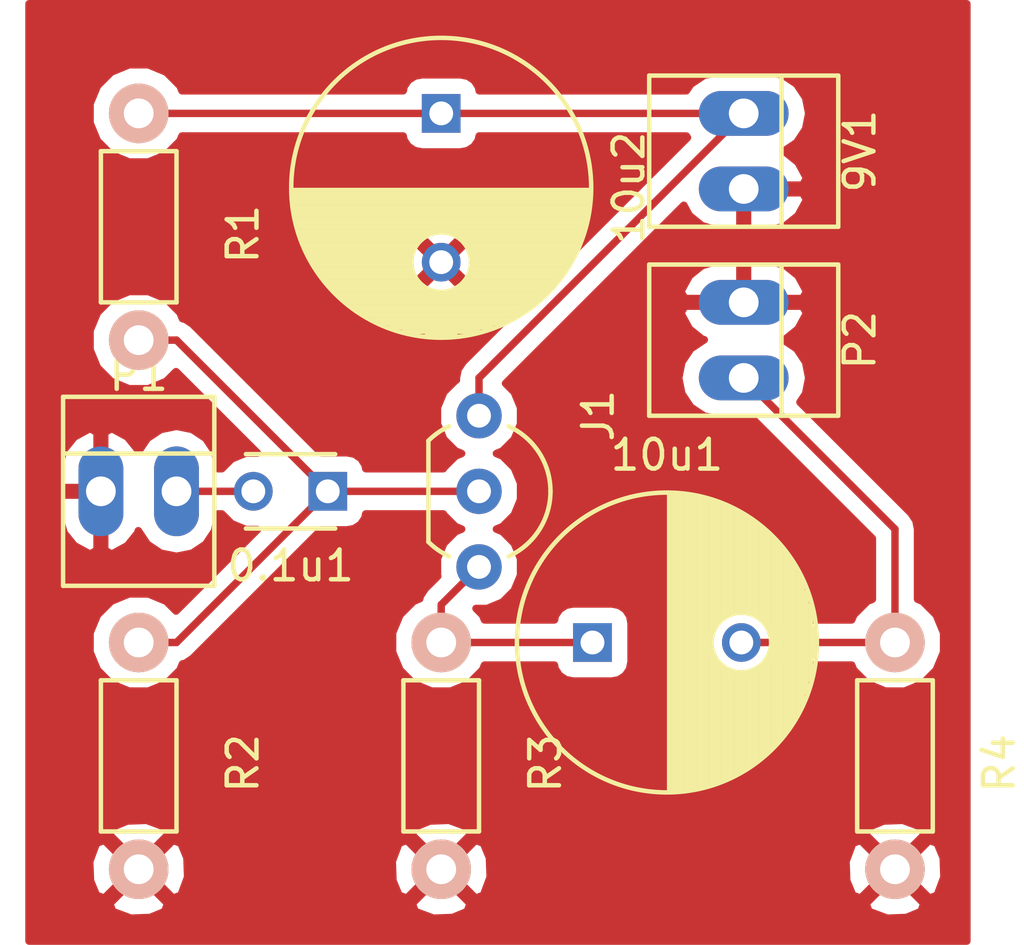
<source format=kicad_pcb>
(kicad_pcb (version 4) (host pcbnew 4.0.4+e1-6308~48~ubuntu14.04.1-stable)

  (general
    (links 17)
    (no_connects 0)
    (area 119.675 92.71 154.43512 124.460001)
    (thickness 1.6)
    (drawings 0)
    (tracks 18)
    (zones 0)
    (modules 11)
    (nets 7)
  )

  (page A4)
  (layers
    (0 F.Cu signal)
    (31 B.Cu signal)
    (32 B.Adhes user)
    (33 F.Adhes user)
    (34 B.Paste user)
    (35 F.Paste user)
    (36 B.SilkS user)
    (37 F.SilkS user)
    (38 B.Mask user)
    (39 F.Mask user)
    (40 Dwgs.User user)
    (41 Cmts.User user)
    (42 Eco1.User user)
    (43 Eco2.User user)
    (44 Edge.Cuts user)
    (45 Margin user)
    (46 B.CrtYd user)
    (47 F.CrtYd user)
    (48 B.Fab user)
    (49 F.Fab user)
  )

  (setup
    (last_trace_width 0.25)
    (trace_clearance 0.2)
    (zone_clearance 0.508)
    (zone_45_only no)
    (trace_min 0.2)
    (segment_width 0.2)
    (edge_width 0.15)
    (via_size 0.6)
    (via_drill 0.4)
    (via_min_size 0.4)
    (via_min_drill 0.3)
    (uvia_size 0.3)
    (uvia_drill 0.1)
    (uvias_allowed no)
    (uvia_min_size 0.2)
    (uvia_min_drill 0.1)
    (pcb_text_width 0.3)
    (pcb_text_size 1.5 1.5)
    (mod_edge_width 0.15)
    (mod_text_size 1 1)
    (mod_text_width 0.15)
    (pad_size 1.524 1.524)
    (pad_drill 0.762)
    (pad_to_mask_clearance 0.2)
    (aux_axis_origin 0 0)
    (visible_elements FFFFFF7F)
    (pcbplotparams
      (layerselection 0x00030_80000001)
      (usegerberextensions false)
      (excludeedgelayer true)
      (linewidth 0.100000)
      (plotframeref false)
      (viasonmask false)
      (mode 1)
      (useauxorigin false)
      (hpglpennumber 1)
      (hpglpenspeed 20)
      (hpglpendiameter 15)
      (hpglpenoverlay 2)
      (psnegative false)
      (psa4output false)
      (plotreference true)
      (plotvalue true)
      (plotinvisibletext false)
      (padsonsilk false)
      (subtractmaskfromsilk false)
      (outputformat 1)
      (mirror false)
      (drillshape 1)
      (scaleselection 1)
      (outputdirectory ""))
  )

  (net 0 "")
  (net 1 "Net-(0.1u1-Pad1)")
  (net 2 In)
  (net 3 "Net-(10u2-Pad1)")
  (net 4 GND)
  (net 5 "Net-(10u1-Pad1)")
  (net 6 Out)

  (net_class Default "Esta es la clase de red por defecto."
    (clearance 0.2)
    (trace_width 0.25)
    (via_dia 0.6)
    (via_drill 0.4)
    (uvia_dia 0.3)
    (uvia_drill 0.1)
    (add_net GND)
    (add_net In)
    (add_net "Net-(0.1u1-Pad1)")
    (add_net "Net-(10u1-Pad1)")
    (add_net "Net-(10u2-Pad1)")
    (add_net Out)
  )

  (module Capacitors_ThroughHole:C_Disc_D3_P2.5 (layer F.Cu) (tedit 0) (tstamp 5835B981)
    (at 22.86 29.21 180)
    (descr "Capacitor 3mm Disc, Pitch 2.5mm")
    (tags Capacitor)
    (path /5829EEEA)
    (fp_text reference 0.1u1 (at 1.25 -2.5 180) (layer F.SilkS)
      (effects (font (size 1 1) (thickness 0.15)))
    )
    (fp_text value C (at 1.25 2.5 180) (layer F.Fab)
      (effects (font (size 1 1) (thickness 0.15)))
    )
    (fp_line (start -0.9 -1.5) (end 3.4 -1.5) (layer F.CrtYd) (width 0.05))
    (fp_line (start 3.4 -1.5) (end 3.4 1.5) (layer F.CrtYd) (width 0.05))
    (fp_line (start 3.4 1.5) (end -0.9 1.5) (layer F.CrtYd) (width 0.05))
    (fp_line (start -0.9 1.5) (end -0.9 -1.5) (layer F.CrtYd) (width 0.05))
    (fp_line (start -0.25 -1.25) (end 2.75 -1.25) (layer F.SilkS) (width 0.15))
    (fp_line (start 2.75 1.25) (end -0.25 1.25) (layer F.SilkS) (width 0.15))
    (pad 1 thru_hole rect (at 0 0 180) (size 1.3 1.3) (drill 0.8) (layers *.Cu *.Mask)
      (net 1 "Net-(0.1u1-Pad1)"))
    (pad 2 thru_hole circle (at 2.5 0 180) (size 1.3 1.3) (drill 0.8001) (layers *.Cu *.Mask)
      (net 2 In))
    (model Capacitors_ThroughHole.3dshapes/C_Disc_D3_P2.5.wrl
      (at (xyz 0.0492126 0 0))
      (scale (xyz 1 1 1))
      (rotate (xyz 0 0 0))
    )
  )

  (module Capacitors_ThroughHole:C_Radial_D10_L16_P5 (layer F.Cu) (tedit 0) (tstamp 5835B98D)
    (at 31.75 34.29)
    (descr "Radial Electrolytic Capacitor 10mm x Length 16mm, Pitch 5mm")
    (tags "Electrolytic Capacitor")
    (path /5829EF04)
    (fp_text reference 10u1 (at 2.5 -6.3) (layer F.SilkS)
      (effects (font (size 1 1) (thickness 0.15)))
    )
    (fp_text value CP1 (at 2.5 6.3) (layer F.Fab)
      (effects (font (size 1 1) (thickness 0.15)))
    )
    (fp_line (start 2.575 -4.999) (end 2.575 4.999) (layer F.SilkS) (width 0.15))
    (fp_line (start 2.715 -4.995) (end 2.715 4.995) (layer F.SilkS) (width 0.15))
    (fp_line (start 2.855 -4.987) (end 2.855 4.987) (layer F.SilkS) (width 0.15))
    (fp_line (start 2.995 -4.975) (end 2.995 4.975) (layer F.SilkS) (width 0.15))
    (fp_line (start 3.135 -4.96) (end 3.135 4.96) (layer F.SilkS) (width 0.15))
    (fp_line (start 3.275 -4.94) (end 3.275 4.94) (layer F.SilkS) (width 0.15))
    (fp_line (start 3.415 -4.916) (end 3.415 4.916) (layer F.SilkS) (width 0.15))
    (fp_line (start 3.555 -4.887) (end 3.555 4.887) (layer F.SilkS) (width 0.15))
    (fp_line (start 3.695 -4.855) (end 3.695 4.855) (layer F.SilkS) (width 0.15))
    (fp_line (start 3.835 -4.818) (end 3.835 4.818) (layer F.SilkS) (width 0.15))
    (fp_line (start 3.975 -4.777) (end 3.975 4.777) (layer F.SilkS) (width 0.15))
    (fp_line (start 4.115 -4.732) (end 4.115 -0.466) (layer F.SilkS) (width 0.15))
    (fp_line (start 4.115 0.466) (end 4.115 4.732) (layer F.SilkS) (width 0.15))
    (fp_line (start 4.255 -4.682) (end 4.255 -0.667) (layer F.SilkS) (width 0.15))
    (fp_line (start 4.255 0.667) (end 4.255 4.682) (layer F.SilkS) (width 0.15))
    (fp_line (start 4.395 -4.627) (end 4.395 -0.796) (layer F.SilkS) (width 0.15))
    (fp_line (start 4.395 0.796) (end 4.395 4.627) (layer F.SilkS) (width 0.15))
    (fp_line (start 4.535 -4.567) (end 4.535 -0.885) (layer F.SilkS) (width 0.15))
    (fp_line (start 4.535 0.885) (end 4.535 4.567) (layer F.SilkS) (width 0.15))
    (fp_line (start 4.675 -4.502) (end 4.675 -0.946) (layer F.SilkS) (width 0.15))
    (fp_line (start 4.675 0.946) (end 4.675 4.502) (layer F.SilkS) (width 0.15))
    (fp_line (start 4.815 -4.432) (end 4.815 -0.983) (layer F.SilkS) (width 0.15))
    (fp_line (start 4.815 0.983) (end 4.815 4.432) (layer F.SilkS) (width 0.15))
    (fp_line (start 4.955 -4.356) (end 4.955 -0.999) (layer F.SilkS) (width 0.15))
    (fp_line (start 4.955 0.999) (end 4.955 4.356) (layer F.SilkS) (width 0.15))
    (fp_line (start 5.095 -4.274) (end 5.095 -0.995) (layer F.SilkS) (width 0.15))
    (fp_line (start 5.095 0.995) (end 5.095 4.274) (layer F.SilkS) (width 0.15))
    (fp_line (start 5.235 -4.186) (end 5.235 -0.972) (layer F.SilkS) (width 0.15))
    (fp_line (start 5.235 0.972) (end 5.235 4.186) (layer F.SilkS) (width 0.15))
    (fp_line (start 5.375 -4.091) (end 5.375 -0.927) (layer F.SilkS) (width 0.15))
    (fp_line (start 5.375 0.927) (end 5.375 4.091) (layer F.SilkS) (width 0.15))
    (fp_line (start 5.515 -3.989) (end 5.515 -0.857) (layer F.SilkS) (width 0.15))
    (fp_line (start 5.515 0.857) (end 5.515 3.989) (layer F.SilkS) (width 0.15))
    (fp_line (start 5.655 -3.879) (end 5.655 -0.756) (layer F.SilkS) (width 0.15))
    (fp_line (start 5.655 0.756) (end 5.655 3.879) (layer F.SilkS) (width 0.15))
    (fp_line (start 5.795 -3.761) (end 5.795 -0.607) (layer F.SilkS) (width 0.15))
    (fp_line (start 5.795 0.607) (end 5.795 3.761) (layer F.SilkS) (width 0.15))
    (fp_line (start 5.935 -3.633) (end 5.935 -0.355) (layer F.SilkS) (width 0.15))
    (fp_line (start 5.935 0.355) (end 5.935 3.633) (layer F.SilkS) (width 0.15))
    (fp_line (start 6.075 -3.496) (end 6.075 3.496) (layer F.SilkS) (width 0.15))
    (fp_line (start 6.215 -3.346) (end 6.215 3.346) (layer F.SilkS) (width 0.15))
    (fp_line (start 6.355 -3.184) (end 6.355 3.184) (layer F.SilkS) (width 0.15))
    (fp_line (start 6.495 -3.007) (end 6.495 3.007) (layer F.SilkS) (width 0.15))
    (fp_line (start 6.635 -2.811) (end 6.635 2.811) (layer F.SilkS) (width 0.15))
    (fp_line (start 6.775 -2.593) (end 6.775 2.593) (layer F.SilkS) (width 0.15))
    (fp_line (start 6.915 -2.347) (end 6.915 2.347) (layer F.SilkS) (width 0.15))
    (fp_line (start 7.055 -2.062) (end 7.055 2.062) (layer F.SilkS) (width 0.15))
    (fp_line (start 7.195 -1.72) (end 7.195 1.72) (layer F.SilkS) (width 0.15))
    (fp_line (start 7.335 -1.274) (end 7.335 1.274) (layer F.SilkS) (width 0.15))
    (fp_line (start 7.475 -0.499) (end 7.475 0.499) (layer F.SilkS) (width 0.15))
    (fp_circle (center 5 0) (end 5 -1) (layer F.SilkS) (width 0.15))
    (fp_circle (center 2.5 0) (end 2.5 -5.0375) (layer F.SilkS) (width 0.15))
    (fp_circle (center 2.5 0) (end 2.5 -5.3) (layer F.CrtYd) (width 0.05))
    (pad 1 thru_hole rect (at 0 0) (size 1.3 1.3) (drill 0.8) (layers *.Cu *.Mask)
      (net 5 "Net-(10u1-Pad1)"))
    (pad 2 thru_hole circle (at 5 0) (size 1.3 1.3) (drill 0.8) (layers *.Cu *.Mask)
      (net 6 Out))
    (model Capacitors_ThroughHole.3dshapes/C_Radial_D10_L16_P5.wrl
      (at (xyz 0.0984252 0 0))
      (scale (xyz 1 1 1))
      (rotate (xyz 0 0 90))
    )
  )

  (module Capacitors_ThroughHole:C_Radial_D10_L16_P5 (layer F.Cu) (tedit 0) (tstamp 5835B993)
    (at 26.67 16.51 270)
    (descr "Radial Electrolytic Capacitor 10mm x Length 16mm, Pitch 5mm")
    (tags "Electrolytic Capacitor")
    (path /5829EEFE)
    (fp_text reference 10u2 (at 2.5 -6.3 270) (layer F.SilkS)
      (effects (font (size 1 1) (thickness 0.15)))
    )
    (fp_text value CP2 (at 2.5 6.3 270) (layer F.Fab)
      (effects (font (size 1 1) (thickness 0.15)))
    )
    (fp_line (start 2.575 -4.999) (end 2.575 4.999) (layer F.SilkS) (width 0.15))
    (fp_line (start 2.715 -4.995) (end 2.715 4.995) (layer F.SilkS) (width 0.15))
    (fp_line (start 2.855 -4.987) (end 2.855 4.987) (layer F.SilkS) (width 0.15))
    (fp_line (start 2.995 -4.975) (end 2.995 4.975) (layer F.SilkS) (width 0.15))
    (fp_line (start 3.135 -4.96) (end 3.135 4.96) (layer F.SilkS) (width 0.15))
    (fp_line (start 3.275 -4.94) (end 3.275 4.94) (layer F.SilkS) (width 0.15))
    (fp_line (start 3.415 -4.916) (end 3.415 4.916) (layer F.SilkS) (width 0.15))
    (fp_line (start 3.555 -4.887) (end 3.555 4.887) (layer F.SilkS) (width 0.15))
    (fp_line (start 3.695 -4.855) (end 3.695 4.855) (layer F.SilkS) (width 0.15))
    (fp_line (start 3.835 -4.818) (end 3.835 4.818) (layer F.SilkS) (width 0.15))
    (fp_line (start 3.975 -4.777) (end 3.975 4.777) (layer F.SilkS) (width 0.15))
    (fp_line (start 4.115 -4.732) (end 4.115 -0.466) (layer F.SilkS) (width 0.15))
    (fp_line (start 4.115 0.466) (end 4.115 4.732) (layer F.SilkS) (width 0.15))
    (fp_line (start 4.255 -4.682) (end 4.255 -0.667) (layer F.SilkS) (width 0.15))
    (fp_line (start 4.255 0.667) (end 4.255 4.682) (layer F.SilkS) (width 0.15))
    (fp_line (start 4.395 -4.627) (end 4.395 -0.796) (layer F.SilkS) (width 0.15))
    (fp_line (start 4.395 0.796) (end 4.395 4.627) (layer F.SilkS) (width 0.15))
    (fp_line (start 4.535 -4.567) (end 4.535 -0.885) (layer F.SilkS) (width 0.15))
    (fp_line (start 4.535 0.885) (end 4.535 4.567) (layer F.SilkS) (width 0.15))
    (fp_line (start 4.675 -4.502) (end 4.675 -0.946) (layer F.SilkS) (width 0.15))
    (fp_line (start 4.675 0.946) (end 4.675 4.502) (layer F.SilkS) (width 0.15))
    (fp_line (start 4.815 -4.432) (end 4.815 -0.983) (layer F.SilkS) (width 0.15))
    (fp_line (start 4.815 0.983) (end 4.815 4.432) (layer F.SilkS) (width 0.15))
    (fp_line (start 4.955 -4.356) (end 4.955 -0.999) (layer F.SilkS) (width 0.15))
    (fp_line (start 4.955 0.999) (end 4.955 4.356) (layer F.SilkS) (width 0.15))
    (fp_line (start 5.095 -4.274) (end 5.095 -0.995) (layer F.SilkS) (width 0.15))
    (fp_line (start 5.095 0.995) (end 5.095 4.274) (layer F.SilkS) (width 0.15))
    (fp_line (start 5.235 -4.186) (end 5.235 -0.972) (layer F.SilkS) (width 0.15))
    (fp_line (start 5.235 0.972) (end 5.235 4.186) (layer F.SilkS) (width 0.15))
    (fp_line (start 5.375 -4.091) (end 5.375 -0.927) (layer F.SilkS) (width 0.15))
    (fp_line (start 5.375 0.927) (end 5.375 4.091) (layer F.SilkS) (width 0.15))
    (fp_line (start 5.515 -3.989) (end 5.515 -0.857) (layer F.SilkS) (width 0.15))
    (fp_line (start 5.515 0.857) (end 5.515 3.989) (layer F.SilkS) (width 0.15))
    (fp_line (start 5.655 -3.879) (end 5.655 -0.756) (layer F.SilkS) (width 0.15))
    (fp_line (start 5.655 0.756) (end 5.655 3.879) (layer F.SilkS) (width 0.15))
    (fp_line (start 5.795 -3.761) (end 5.795 -0.607) (layer F.SilkS) (width 0.15))
    (fp_line (start 5.795 0.607) (end 5.795 3.761) (layer F.SilkS) (width 0.15))
    (fp_line (start 5.935 -3.633) (end 5.935 -0.355) (layer F.SilkS) (width 0.15))
    (fp_line (start 5.935 0.355) (end 5.935 3.633) (layer F.SilkS) (width 0.15))
    (fp_line (start 6.075 -3.496) (end 6.075 3.496) (layer F.SilkS) (width 0.15))
    (fp_line (start 6.215 -3.346) (end 6.215 3.346) (layer F.SilkS) (width 0.15))
    (fp_line (start 6.355 -3.184) (end 6.355 3.184) (layer F.SilkS) (width 0.15))
    (fp_line (start 6.495 -3.007) (end 6.495 3.007) (layer F.SilkS) (width 0.15))
    (fp_line (start 6.635 -2.811) (end 6.635 2.811) (layer F.SilkS) (width 0.15))
    (fp_line (start 6.775 -2.593) (end 6.775 2.593) (layer F.SilkS) (width 0.15))
    (fp_line (start 6.915 -2.347) (end 6.915 2.347) (layer F.SilkS) (width 0.15))
    (fp_line (start 7.055 -2.062) (end 7.055 2.062) (layer F.SilkS) (width 0.15))
    (fp_line (start 7.195 -1.72) (end 7.195 1.72) (layer F.SilkS) (width 0.15))
    (fp_line (start 7.335 -1.274) (end 7.335 1.274) (layer F.SilkS) (width 0.15))
    (fp_line (start 7.475 -0.499) (end 7.475 0.499) (layer F.SilkS) (width 0.15))
    (fp_circle (center 5 0) (end 5 -1) (layer F.SilkS) (width 0.15))
    (fp_circle (center 2.5 0) (end 2.5 -5.0375) (layer F.SilkS) (width 0.15))
    (fp_circle (center 2.5 0) (end 2.5 -5.3) (layer F.CrtYd) (width 0.05))
    (pad 1 thru_hole rect (at 0 0 270) (size 1.3 1.3) (drill 0.8) (layers *.Cu *.Mask)
      (net 3 "Net-(10u2-Pad1)"))
    (pad 2 thru_hole circle (at 5 0 270) (size 1.3 1.3) (drill 0.8) (layers *.Cu *.Mask)
      (net 4 GND))
    (model Capacitors_ThroughHole.3dshapes/C_Radial_D10_L16_P5.wrl
      (at (xyz 0.0984252 0 0))
      (scale (xyz 1 1 1))
      (rotate (xyz 0 0 90))
    )
  )

  (module TO_SOT_Packages_THT:TO-92_Inline_Wide (layer F.Cu) (tedit 54F242B4) (tstamp 5835B99A)
    (at 27.94 26.67 270)
    (descr "TO-92 leads in-line, wide, drill 0.8mm (see NXP sot054_po.pdf)")
    (tags "to-92 sc-43 sc-43a sot54 PA33 transistor")
    (path /5829EED2)
    (fp_text reference J1 (at 0 -4 450) (layer F.SilkS)
      (effects (font (size 1 1) (thickness 0.15)))
    )
    (fp_text value 2N5457 (at 0 3 270) (layer F.Fab)
      (effects (font (size 1 1) (thickness 0.15)))
    )
    (fp_arc (start 2.54 0) (end 0.84 1.7) (angle 20.5) (layer F.SilkS) (width 0.15))
    (fp_arc (start 2.54 0) (end 4.24 1.7) (angle -20.5) (layer F.SilkS) (width 0.15))
    (fp_line (start -1 1.95) (end -1 -2.65) (layer F.CrtYd) (width 0.05))
    (fp_line (start -1 1.95) (end 6.1 1.95) (layer F.CrtYd) (width 0.05))
    (fp_line (start 0.84 1.7) (end 4.24 1.7) (layer F.SilkS) (width 0.15))
    (fp_arc (start 2.54 0) (end 2.54 -2.4) (angle -65.55604127) (layer F.SilkS) (width 0.15))
    (fp_arc (start 2.54 0) (end 2.54 -2.4) (angle 65.55604127) (layer F.SilkS) (width 0.15))
    (fp_line (start -1 -2.65) (end 6.1 -2.65) (layer F.CrtYd) (width 0.05))
    (fp_line (start 6.1 1.95) (end 6.1 -2.65) (layer F.CrtYd) (width 0.05))
    (pad 2 thru_hole circle (at 2.54 0) (size 1.524 1.524) (drill 0.8) (layers *.Cu *.Mask)
      (net 1 "Net-(0.1u1-Pad1)"))
    (pad 3 thru_hole circle (at 5.08 0) (size 1.524 1.524) (drill 0.8) (layers *.Cu *.Mask)
      (net 5 "Net-(10u1-Pad1)"))
    (pad 1 thru_hole circle (at 0 0) (size 1.524 1.524) (drill 0.8) (layers *.Cu *.Mask)
      (net 3 "Net-(10u2-Pad1)"))
    (model TO_SOT_Packages_THT.3dshapes/TO-92_Inline_Wide.wrl
      (at (xyz 0.1 0 0))
      (scale (xyz 1 1 1))
      (rotate (xyz 0 0 -90))
    )
  )

  (module Resistors_ThroughHole:Resistor_Horizontal_RM7mm (layer F.Cu) (tedit 569FCF07) (tstamp 5835B9A0)
    (at 16.51 16.51 270)
    (descr "Resistor, Axial,  RM 7.62mm, 1/3W,")
    (tags "Resistor Axial RM 7.62mm 1/3W R3")
    (path /5829EEDE)
    (fp_text reference R1 (at 4.05892 -3.50012 270) (layer F.SilkS)
      (effects (font (size 1 1) (thickness 0.15)))
    )
    (fp_text value 22M (at 3.81 3.81 270) (layer F.Fab)
      (effects (font (size 1 1) (thickness 0.15)))
    )
    (fp_line (start -1.25 -1.5) (end 8.85 -1.5) (layer F.CrtYd) (width 0.05))
    (fp_line (start -1.25 1.5) (end -1.25 -1.5) (layer F.CrtYd) (width 0.05))
    (fp_line (start 8.85 -1.5) (end 8.85 1.5) (layer F.CrtYd) (width 0.05))
    (fp_line (start -1.25 1.5) (end 8.85 1.5) (layer F.CrtYd) (width 0.05))
    (fp_line (start 1.27 -1.27) (end 6.35 -1.27) (layer F.SilkS) (width 0.15))
    (fp_line (start 6.35 -1.27) (end 6.35 1.27) (layer F.SilkS) (width 0.15))
    (fp_line (start 6.35 1.27) (end 1.27 1.27) (layer F.SilkS) (width 0.15))
    (fp_line (start 1.27 1.27) (end 1.27 -1.27) (layer F.SilkS) (width 0.15))
    (pad 1 thru_hole circle (at 0 0 270) (size 1.99898 1.99898) (drill 1.00076) (layers *.Cu *.SilkS *.Mask)
      (net 3 "Net-(10u2-Pad1)"))
    (pad 2 thru_hole circle (at 7.62 0 270) (size 1.99898 1.99898) (drill 1.00076) (layers *.Cu *.SilkS *.Mask)
      (net 1 "Net-(0.1u1-Pad1)"))
  )

  (module Resistors_ThroughHole:Resistor_Horizontal_RM7mm (layer F.Cu) (tedit 569FCF07) (tstamp 5835B9A6)
    (at 16.51 34.29 270)
    (descr "Resistor, Axial,  RM 7.62mm, 1/3W,")
    (tags "Resistor Axial RM 7.62mm 1/3W R3")
    (path /5829EEE4)
    (fp_text reference R2 (at 4.05892 -3.50012 270) (layer F.SilkS)
      (effects (font (size 1 1) (thickness 0.15)))
    )
    (fp_text value 22M (at 3.81 3.81 270) (layer F.Fab)
      (effects (font (size 1 1) (thickness 0.15)))
    )
    (fp_line (start -1.25 -1.5) (end 8.85 -1.5) (layer F.CrtYd) (width 0.05))
    (fp_line (start -1.25 1.5) (end -1.25 -1.5) (layer F.CrtYd) (width 0.05))
    (fp_line (start 8.85 -1.5) (end 8.85 1.5) (layer F.CrtYd) (width 0.05))
    (fp_line (start -1.25 1.5) (end 8.85 1.5) (layer F.CrtYd) (width 0.05))
    (fp_line (start 1.27 -1.27) (end 6.35 -1.27) (layer F.SilkS) (width 0.15))
    (fp_line (start 6.35 -1.27) (end 6.35 1.27) (layer F.SilkS) (width 0.15))
    (fp_line (start 6.35 1.27) (end 1.27 1.27) (layer F.SilkS) (width 0.15))
    (fp_line (start 1.27 1.27) (end 1.27 -1.27) (layer F.SilkS) (width 0.15))
    (pad 1 thru_hole circle (at 0 0 270) (size 1.99898 1.99898) (drill 1.00076) (layers *.Cu *.SilkS *.Mask)
      (net 1 "Net-(0.1u1-Pad1)"))
    (pad 2 thru_hole circle (at 7.62 0 270) (size 1.99898 1.99898) (drill 1.00076) (layers *.Cu *.SilkS *.Mask)
      (net 4 GND))
  )

  (module Resistors_ThroughHole:Resistor_Horizontal_RM7mm (layer F.Cu) (tedit 569FCF07) (tstamp 5835B9AC)
    (at 26.67 34.29 270)
    (descr "Resistor, Axial,  RM 7.62mm, 1/3W,")
    (tags "Resistor Axial RM 7.62mm 1/3W R3")
    (path /5829EED8)
    (fp_text reference R3 (at 4.05892 -3.50012 270) (layer F.SilkS)
      (effects (font (size 1 1) (thickness 0.15)))
    )
    (fp_text value 10k (at 3.81 3.81 270) (layer F.Fab)
      (effects (font (size 1 1) (thickness 0.15)))
    )
    (fp_line (start -1.25 -1.5) (end 8.85 -1.5) (layer F.CrtYd) (width 0.05))
    (fp_line (start -1.25 1.5) (end -1.25 -1.5) (layer F.CrtYd) (width 0.05))
    (fp_line (start 8.85 -1.5) (end 8.85 1.5) (layer F.CrtYd) (width 0.05))
    (fp_line (start -1.25 1.5) (end 8.85 1.5) (layer F.CrtYd) (width 0.05))
    (fp_line (start 1.27 -1.27) (end 6.35 -1.27) (layer F.SilkS) (width 0.15))
    (fp_line (start 6.35 -1.27) (end 6.35 1.27) (layer F.SilkS) (width 0.15))
    (fp_line (start 6.35 1.27) (end 1.27 1.27) (layer F.SilkS) (width 0.15))
    (fp_line (start 1.27 1.27) (end 1.27 -1.27) (layer F.SilkS) (width 0.15))
    (pad 1 thru_hole circle (at 0 0 270) (size 1.99898 1.99898) (drill 1.00076) (layers *.Cu *.SilkS *.Mask)
      (net 5 "Net-(10u1-Pad1)"))
    (pad 2 thru_hole circle (at 7.62 0 270) (size 1.99898 1.99898) (drill 1.00076) (layers *.Cu *.SilkS *.Mask)
      (net 4 GND))
  )

  (module Resistors_ThroughHole:Resistor_Horizontal_RM7mm (layer F.Cu) (tedit 569FCF07) (tstamp 5835B9B2)
    (at 41.91 34.29 270)
    (descr "Resistor, Axial,  RM 7.62mm, 1/3W,")
    (tags "Resistor Axial RM 7.62mm 1/3W R3")
    (path /5829EEF1)
    (fp_text reference R4 (at 4.05892 -3.50012 270) (layer F.SilkS)
      (effects (font (size 1 1) (thickness 0.15)))
    )
    (fp_text value 100k (at 3.81 3.81 270) (layer F.Fab)
      (effects (font (size 1 1) (thickness 0.15)))
    )
    (fp_line (start -1.25 -1.5) (end 8.85 -1.5) (layer F.CrtYd) (width 0.05))
    (fp_line (start -1.25 1.5) (end -1.25 -1.5) (layer F.CrtYd) (width 0.05))
    (fp_line (start 8.85 -1.5) (end 8.85 1.5) (layer F.CrtYd) (width 0.05))
    (fp_line (start -1.25 1.5) (end 8.85 1.5) (layer F.CrtYd) (width 0.05))
    (fp_line (start 1.27 -1.27) (end 6.35 -1.27) (layer F.SilkS) (width 0.15))
    (fp_line (start 6.35 -1.27) (end 6.35 1.27) (layer F.SilkS) (width 0.15))
    (fp_line (start 6.35 1.27) (end 1.27 1.27) (layer F.SilkS) (width 0.15))
    (fp_line (start 1.27 1.27) (end 1.27 -1.27) (layer F.SilkS) (width 0.15))
    (pad 1 thru_hole circle (at 0 0 270) (size 1.99898 1.99898) (drill 1.00076) (layers *.Cu *.SilkS *.Mask)
      (net 6 Out))
    (pad 2 thru_hole circle (at 7.62 0 270) (size 1.99898 1.99898) (drill 1.00076) (layers *.Cu *.SilkS *.Mask)
      (net 4 GND))
  )

  (module Connect:PINHEAD1-2 (layer F.Cu) (tedit 0) (tstamp 5835B987)
    (at 36.83 17.78 270)
    (path /5829EEF8)
    (attr virtual)
    (fp_text reference 9V1 (at 0 -3.9 270) (layer F.SilkS)
      (effects (font (size 1 1) (thickness 0.15)))
    )
    (fp_text value Vdd (at 0 3.81 270) (layer F.Fab)
      (effects (font (size 1 1) (thickness 0.15)))
    )
    (fp_line (start 2.54 -1.27) (end -2.54 -1.27) (layer F.SilkS) (width 0.15))
    (fp_line (start 2.54 3.175) (end -2.54 3.175) (layer F.SilkS) (width 0.15))
    (fp_line (start -2.54 -3.175) (end 2.54 -3.175) (layer F.SilkS) (width 0.15))
    (fp_line (start -2.54 -3.175) (end -2.54 3.175) (layer F.SilkS) (width 0.15))
    (fp_line (start 2.54 -3.175) (end 2.54 3.175) (layer F.SilkS) (width 0.15))
    (pad 1 thru_hole oval (at -1.27 0 270) (size 1.50622 3.01498) (drill 0.99822) (layers *.Cu *.Mask)
      (net 3 "Net-(10u2-Pad1)"))
    (pad 2 thru_hole oval (at 1.27 0 270) (size 1.50622 3.01498) (drill 0.99822) (layers *.Cu *.Mask)
      (net 4 GND))
  )

  (module Connect:PINHEAD1-2 (layer F.Cu) (tedit 0) (tstamp 5835CBDB)
    (at 16.51 29.21)
    (path /5835C9EA)
    (attr virtual)
    (fp_text reference P1 (at 0 -3.9) (layer F.SilkS)
      (effects (font (size 1 1) (thickness 0.15)))
    )
    (fp_text value IN (at 0 3.81) (layer F.Fab)
      (effects (font (size 1 1) (thickness 0.15)))
    )
    (fp_line (start 2.54 -1.27) (end -2.54 -1.27) (layer F.SilkS) (width 0.15))
    (fp_line (start 2.54 3.175) (end -2.54 3.175) (layer F.SilkS) (width 0.15))
    (fp_line (start -2.54 -3.175) (end 2.54 -3.175) (layer F.SilkS) (width 0.15))
    (fp_line (start -2.54 -3.175) (end -2.54 3.175) (layer F.SilkS) (width 0.15))
    (fp_line (start 2.54 -3.175) (end 2.54 3.175) (layer F.SilkS) (width 0.15))
    (pad 1 thru_hole oval (at -1.27 0) (size 1.50622 3.01498) (drill 0.99822) (layers *.Cu *.Mask)
      (net 4 GND))
    (pad 2 thru_hole oval (at 1.27 0) (size 1.50622 3.01498) (drill 0.99822) (layers *.Cu *.Mask)
      (net 2 In))
  )

  (module Connect:PINHEAD1-2 (layer F.Cu) (tedit 0) (tstamp 5835CBE1)
    (at 36.83 24.13 270)
    (path /5835CCE5)
    (attr virtual)
    (fp_text reference P2 (at 0 -3.9 270) (layer F.SilkS)
      (effects (font (size 1 1) (thickness 0.15)))
    )
    (fp_text value OUT (at 0 3.81 270) (layer F.Fab)
      (effects (font (size 1 1) (thickness 0.15)))
    )
    (fp_line (start 2.54 -1.27) (end -2.54 -1.27) (layer F.SilkS) (width 0.15))
    (fp_line (start 2.54 3.175) (end -2.54 3.175) (layer F.SilkS) (width 0.15))
    (fp_line (start -2.54 -3.175) (end 2.54 -3.175) (layer F.SilkS) (width 0.15))
    (fp_line (start -2.54 -3.175) (end -2.54 3.175) (layer F.SilkS) (width 0.15))
    (fp_line (start 2.54 -3.175) (end 2.54 3.175) (layer F.SilkS) (width 0.15))
    (pad 1 thru_hole oval (at -1.27 0 270) (size 1.50622 3.01498) (drill 0.99822) (layers *.Cu *.Mask)
      (net 4 GND))
    (pad 2 thru_hole oval (at 1.27 0 270) (size 1.50622 3.01498) (drill 0.99822) (layers *.Cu *.Mask)
      (net 6 Out))
  )

  (segment (start 16.51 34.29) (end 17.78 34.29) (width 0.25) (layer F.Cu) (net 1))
  (segment (start 17.78 34.29) (end 22.86 29.21) (width 0.25) (layer F.Cu) (net 1) (tstamp 5835CD0D))
  (segment (start 16.51 24.13) (end 17.78 24.13) (width 0.25) (layer F.Cu) (net 1))
  (segment (start 17.78 24.13) (end 22.86 29.21) (width 0.25) (layer F.Cu) (net 1) (tstamp 5835CCFC))
  (segment (start 22.86 29.21) (end 27.94 29.21) (width 0.25) (layer F.Cu) (net 1))
  (segment (start 17.78 29.21) (end 20.36 29.21) (width 0.25) (layer F.Cu) (net 2))
  (segment (start 20.36 29.21) (end 20.32 29.17) (width 0.25) (layer F.Cu) (net 2) (tstamp 5835CCDD))
  (segment (start 20.32 29.17) (end 20.36 29.21) (width 0.25) (layer F.Cu) (net 2) (tstamp 5835CCE3))
  (segment (start 27.94 26.67) (end 27.94 25.4) (width 0.25) (layer F.Cu) (net 3))
  (segment (start 27.94 25.4) (end 36.83 16.51) (width 0.25) (layer F.Cu) (net 3) (tstamp 5835CF95))
  (segment (start 26.67 16.51) (end 36.83 16.51) (width 0.25) (layer F.Cu) (net 3) (tstamp 5835CCCA))
  (segment (start 16.51 16.51) (end 26.67 16.51) (width 0.25) (layer F.Cu) (net 3))
  (segment (start 26.67 34.29) (end 26.67 33.02) (width 0.25) (layer F.Cu) (net 5))
  (segment (start 26.67 33.02) (end 27.94 31.75) (width 0.25) (layer F.Cu) (net 5) (tstamp 5835CD26))
  (segment (start 31.75 34.29) (end 26.67 34.29) (width 0.25) (layer F.Cu) (net 5))
  (segment (start 41.91 34.29) (end 41.91 30.48) (width 0.25) (layer F.Cu) (net 6))
  (segment (start 41.91 30.48) (end 36.83 25.4) (width 0.25) (layer F.Cu) (net 6) (tstamp 5835CD75))
  (segment (start 41.91 34.29) (end 36.75 34.29) (width 0.25) (layer F.Cu) (net 6))

  (zone (net 4) (net_name GND) (layer F.Cu) (tstamp 5835CDD0) (hatch edge 0.508)
    (connect_pads (clearance 0.508))
    (min_thickness 0.254)
    (fill yes (arc_segments 16) (thermal_gap 0.508) (thermal_bridge_width 0.508))
    (polygon
      (pts
        (xy 44.45 44.45) (xy 12.7 44.45) (xy 12.7 12.7) (xy 44.45 12.7)
      )
    )
    (filled_polygon
      (pts
        (xy 44.323 44.323) (xy 12.827 44.323) (xy 12.827 43.062163) (xy 15.537443 43.062163) (xy 15.636042 43.328965)
        (xy 16.245582 43.555401) (xy 16.895377 43.531341) (xy 17.383958 43.328965) (xy 17.482557 43.062163) (xy 25.697443 43.062163)
        (xy 25.796042 43.328965) (xy 26.405582 43.555401) (xy 27.055377 43.531341) (xy 27.543958 43.328965) (xy 27.642557 43.062163)
        (xy 40.937443 43.062163) (xy 41.036042 43.328965) (xy 41.645582 43.555401) (xy 42.295377 43.531341) (xy 42.783958 43.328965)
        (xy 42.882557 43.062163) (xy 41.91 42.089605) (xy 40.937443 43.062163) (xy 27.642557 43.062163) (xy 26.67 42.089605)
        (xy 25.697443 43.062163) (xy 17.482557 43.062163) (xy 16.51 42.089605) (xy 15.537443 43.062163) (xy 12.827 43.062163)
        (xy 12.827 41.645582) (xy 14.864599 41.645582) (xy 14.888659 42.295377) (xy 15.091035 42.783958) (xy 15.357837 42.882557)
        (xy 16.330395 41.91) (xy 16.689605 41.91) (xy 17.662163 42.882557) (xy 17.928965 42.783958) (xy 18.155401 42.174418)
        (xy 18.13582 41.645582) (xy 25.024599 41.645582) (xy 25.048659 42.295377) (xy 25.251035 42.783958) (xy 25.517837 42.882557)
        (xy 26.490395 41.91) (xy 26.849605 41.91) (xy 27.822163 42.882557) (xy 28.088965 42.783958) (xy 28.315401 42.174418)
        (xy 28.29582 41.645582) (xy 40.264599 41.645582) (xy 40.288659 42.295377) (xy 40.491035 42.783958) (xy 40.757837 42.882557)
        (xy 41.730395 41.91) (xy 42.089605 41.91) (xy 43.062163 42.882557) (xy 43.328965 42.783958) (xy 43.555401 42.174418)
        (xy 43.531341 41.524623) (xy 43.328965 41.036042) (xy 43.062163 40.937443) (xy 42.089605 41.91) (xy 41.730395 41.91)
        (xy 40.757837 40.937443) (xy 40.491035 41.036042) (xy 40.264599 41.645582) (xy 28.29582 41.645582) (xy 28.291341 41.524623)
        (xy 28.088965 41.036042) (xy 27.822163 40.937443) (xy 26.849605 41.91) (xy 26.490395 41.91) (xy 25.517837 40.937443)
        (xy 25.251035 41.036042) (xy 25.024599 41.645582) (xy 18.13582 41.645582) (xy 18.131341 41.524623) (xy 17.928965 41.036042)
        (xy 17.662163 40.937443) (xy 16.689605 41.91) (xy 16.330395 41.91) (xy 15.357837 40.937443) (xy 15.091035 41.036042)
        (xy 14.864599 41.645582) (xy 12.827 41.645582) (xy 12.827 40.757837) (xy 15.537443 40.757837) (xy 16.51 41.730395)
        (xy 17.482557 40.757837) (xy 25.697443 40.757837) (xy 26.67 41.730395) (xy 27.642557 40.757837) (xy 40.937443 40.757837)
        (xy 41.91 41.730395) (xy 42.882557 40.757837) (xy 42.783958 40.491035) (xy 42.174418 40.264599) (xy 41.524623 40.288659)
        (xy 41.036042 40.491035) (xy 40.937443 40.757837) (xy 27.642557 40.757837) (xy 27.543958 40.491035) (xy 26.934418 40.264599)
        (xy 26.284623 40.288659) (xy 25.796042 40.491035) (xy 25.697443 40.757837) (xy 17.482557 40.757837) (xy 17.383958 40.491035)
        (xy 16.774418 40.264599) (xy 16.124623 40.288659) (xy 15.636042 40.491035) (xy 15.537443 40.757837) (xy 12.827 40.757837)
        (xy 12.827 29.337) (xy 13.85189 29.337) (xy 13.85189 30.09138) (xy 14.006154 30.612919) (xy 14.34826 31.035724)
        (xy 14.826125 31.295427) (xy 14.898326 31.309783) (xy 15.113 31.187162) (xy 15.113 29.337) (xy 13.85189 29.337)
        (xy 12.827 29.337) (xy 12.827 28.32862) (xy 13.85189 28.32862) (xy 13.85189 29.083) (xy 15.113 29.083)
        (xy 15.113 27.232838) (xy 14.898326 27.110217) (xy 14.826125 27.124573) (xy 14.34826 27.384276) (xy 14.006154 27.807081)
        (xy 13.85189 28.32862) (xy 12.827 28.32862) (xy 12.827 22.409016) (xy 25.95059 22.409016) (xy 26.006271 22.639611)
        (xy 26.489078 22.807622) (xy 26.999428 22.778083) (xy 27.333729 22.639611) (xy 27.38941 22.409016) (xy 26.67 21.689605)
        (xy 25.95059 22.409016) (xy 12.827 22.409016) (xy 12.827 21.329078) (xy 25.372378 21.329078) (xy 25.401917 21.839428)
        (xy 25.540389 22.173729) (xy 25.770984 22.22941) (xy 26.490395 21.51) (xy 26.849605 21.51) (xy 27.569016 22.22941)
        (xy 27.799611 22.173729) (xy 27.967622 21.690922) (xy 27.938083 21.180572) (xy 27.799611 20.846271) (xy 27.569016 20.79059)
        (xy 26.849605 21.51) (xy 26.490395 21.51) (xy 25.770984 20.79059) (xy 25.540389 20.846271) (xy 25.372378 21.329078)
        (xy 12.827 21.329078) (xy 12.827 20.610984) (xy 25.95059 20.610984) (xy 26.67 21.330395) (xy 27.38941 20.610984)
        (xy 27.333729 20.380389) (xy 26.850922 20.212378) (xy 26.340572 20.241917) (xy 26.006271 20.380389) (xy 25.95059 20.610984)
        (xy 12.827 20.610984) (xy 12.827 16.833694) (xy 14.875226 16.833694) (xy 15.123538 17.434655) (xy 15.582927 17.894846)
        (xy 16.183453 18.144206) (xy 16.833694 18.144774) (xy 17.434655 17.896462) (xy 17.894846 17.437073) (xy 17.964221 17.27)
        (xy 25.393258 17.27) (xy 25.416838 17.395317) (xy 25.55591 17.611441) (xy 25.76811 17.756431) (xy 26.02 17.80744)
        (xy 27.32 17.80744) (xy 27.555317 17.763162) (xy 27.771441 17.62409) (xy 27.916431 17.41189) (xy 27.945164 17.27)
        (xy 34.904074 17.27) (xy 34.940573 17.324625) (xy 27.402599 24.862599) (xy 27.237852 25.109161) (xy 27.18 25.4)
        (xy 27.18 25.472469) (xy 27.149697 25.48499) (xy 26.756371 25.87763) (xy 26.543243 26.3909) (xy 26.542758 26.946661)
        (xy 26.75499 27.460303) (xy 27.14763 27.853629) (xy 27.355512 27.939949) (xy 27.149697 28.02499) (xy 26.756371 28.41763)
        (xy 26.74293 28.45) (xy 24.136742 28.45) (xy 24.113162 28.324683) (xy 23.97409 28.108559) (xy 23.76189 27.963569)
        (xy 23.51 27.91256) (xy 22.637362 27.91256) (xy 18.317401 23.592599) (xy 18.070839 23.427852) (xy 17.981018 23.409985)
        (xy 17.896462 23.205345) (xy 17.437073 22.745154) (xy 16.836547 22.495794) (xy 16.186306 22.495226) (xy 15.585345 22.743538)
        (xy 15.125154 23.202927) (xy 14.875794 23.803453) (xy 14.875226 24.453694) (xy 15.123538 25.054655) (xy 15.582927 25.514846)
        (xy 16.183453 25.764206) (xy 16.833694 25.764774) (xy 17.434655 25.516462) (xy 17.763444 25.188246) (xy 20.500319 27.925121)
        (xy 20.105519 27.924777) (xy 19.633057 28.119995) (xy 19.302475 28.45) (xy 19.16811 28.45) (xy 19.16811 28.413646)
        (xy 19.062446 27.882439) (xy 18.761542 27.432104) (xy 18.311207 27.1312) (xy 17.78 27.025536) (xy 17.248793 27.1312)
        (xy 16.798458 27.432104) (xy 16.497554 27.882439) (xy 16.496984 27.885306) (xy 16.473846 27.807081) (xy 16.13174 27.384276)
        (xy 15.653875 27.124573) (xy 15.581674 27.110217) (xy 15.367 27.232838) (xy 15.367 29.083) (xy 15.387 29.083)
        (xy 15.387 29.337) (xy 15.367 29.337) (xy 15.367 31.187162) (xy 15.581674 31.309783) (xy 15.653875 31.295427)
        (xy 16.13174 31.035724) (xy 16.473846 30.612919) (xy 16.496984 30.534694) (xy 16.497554 30.537561) (xy 16.798458 30.987896)
        (xy 17.248793 31.2888) (xy 17.78 31.394464) (xy 18.311207 31.2888) (xy 18.761542 30.987896) (xy 19.062446 30.537561)
        (xy 19.16811 30.006354) (xy 19.16811 29.97) (xy 19.302994 29.97) (xy 19.631155 30.298735) (xy 20.103276 30.494777)
        (xy 20.500075 30.495123) (xy 17.763274 33.231924) (xy 17.437073 32.905154) (xy 16.836547 32.655794) (xy 16.186306 32.655226)
        (xy 15.585345 32.903538) (xy 15.125154 33.362927) (xy 14.875794 33.963453) (xy 14.875226 34.613694) (xy 15.123538 35.214655)
        (xy 15.582927 35.674846) (xy 16.183453 35.924206) (xy 16.833694 35.924774) (xy 17.434655 35.676462) (xy 17.894846 35.217073)
        (xy 17.980807 35.010057) (xy 18.070839 34.992148) (xy 18.317401 34.827401) (xy 22.637362 30.50744) (xy 23.51 30.50744)
        (xy 23.745317 30.463162) (xy 23.961441 30.32409) (xy 24.106431 30.11189) (xy 24.135164 29.97) (xy 26.742469 29.97)
        (xy 26.75499 30.000303) (xy 27.14763 30.393629) (xy 27.355512 30.479949) (xy 27.149697 30.56499) (xy 26.756371 30.95763)
        (xy 26.543243 31.4709) (xy 26.542758 32.026661) (xy 26.556143 32.059055) (xy 26.132599 32.482599) (xy 25.967852 32.729161)
        (xy 25.949985 32.818982) (xy 25.745345 32.903538) (xy 25.285154 33.362927) (xy 25.035794 33.963453) (xy 25.035226 34.613694)
        (xy 25.283538 35.214655) (xy 25.742927 35.674846) (xy 26.343453 35.924206) (xy 26.993694 35.924774) (xy 27.594655 35.676462)
        (xy 28.054846 35.217073) (xy 28.124221 35.05) (xy 30.473258 35.05) (xy 30.496838 35.175317) (xy 30.63591 35.391441)
        (xy 30.84811 35.536431) (xy 31.1 35.58744) (xy 32.4 35.58744) (xy 32.635317 35.543162) (xy 32.851441 35.40409)
        (xy 32.996431 35.19189) (xy 33.04744 34.94) (xy 33.04744 33.64) (xy 33.003162 33.404683) (xy 32.86409 33.188559)
        (xy 32.65189 33.043569) (xy 32.4 32.99256) (xy 31.1 32.99256) (xy 30.864683 33.036838) (xy 30.648559 33.17591)
        (xy 30.503569 33.38811) (xy 30.474836 33.53) (xy 28.124496 33.53) (xy 28.056462 33.365345) (xy 27.83841 33.146912)
        (xy 28.216661 33.147242) (xy 28.730303 32.93501) (xy 29.123629 32.54237) (xy 29.336757 32.0291) (xy 29.337242 31.473339)
        (xy 29.12501 30.959697) (xy 28.73237 30.566371) (xy 28.524488 30.480051) (xy 28.730303 30.39501) (xy 29.123629 30.00237)
        (xy 29.336757 29.4891) (xy 29.337242 28.933339) (xy 29.12501 28.419697) (xy 28.73237 28.026371) (xy 28.524488 27.940051)
        (xy 28.730303 27.85501) (xy 29.123629 27.46237) (xy 29.336757 26.9491) (xy 29.337242 26.393339) (xy 29.12501 25.879697)
        (xy 28.830315 25.584487) (xy 29.014802 25.4) (xy 34.645536 25.4) (xy 34.7512 25.931207) (xy 35.052104 26.381542)
        (xy 35.502439 26.682446) (xy 36.033646 26.78811) (xy 37.143308 26.78811) (xy 41.15 30.794802) (xy 41.15 32.835504)
        (xy 40.985345 32.903538) (xy 40.525154 33.362927) (xy 40.455779 33.53) (xy 37.807006 33.53) (xy 37.478845 33.201265)
        (xy 37.006724 33.005223) (xy 36.495519 33.004777) (xy 36.023057 33.199995) (xy 35.661265 33.561155) (xy 35.465223 34.033276)
        (xy 35.464777 34.544481) (xy 35.659995 35.016943) (xy 36.021155 35.378735) (xy 36.493276 35.574777) (xy 37.004481 35.575223)
        (xy 37.476943 35.380005) (xy 37.807525 35.05) (xy 40.455504 35.05) (xy 40.523538 35.214655) (xy 40.982927 35.674846)
        (xy 41.583453 35.924206) (xy 42.233694 35.924774) (xy 42.834655 35.676462) (xy 43.294846 35.217073) (xy 43.544206 34.616547)
        (xy 43.544774 33.966306) (xy 43.296462 33.365345) (xy 42.837073 32.905154) (xy 42.67 32.835779) (xy 42.67 30.48)
        (xy 42.612148 30.189161) (xy 42.447401 29.942599) (xy 38.719427 26.214625) (xy 38.9088 25.931207) (xy 39.014464 25.4)
        (xy 38.9088 24.868793) (xy 38.607896 24.418458) (xy 38.157561 24.117554) (xy 38.154694 24.116984) (xy 38.232919 24.093846)
        (xy 38.655724 23.75174) (xy 38.915427 23.273875) (xy 38.929783 23.201674) (xy 38.807162 22.987) (xy 36.957 22.987)
        (xy 36.957 23.007) (xy 36.703 23.007) (xy 36.703 22.987) (xy 34.852838 22.987) (xy 34.730217 23.201674)
        (xy 34.744573 23.273875) (xy 35.004276 23.75174) (xy 35.427081 24.093846) (xy 35.505306 24.116984) (xy 35.502439 24.117554)
        (xy 35.052104 24.418458) (xy 34.7512 24.868793) (xy 34.645536 25.4) (xy 29.014802 25.4) (xy 31.896476 22.518326)
        (xy 34.730217 22.518326) (xy 34.852838 22.733) (xy 36.703 22.733) (xy 36.703 21.47189) (xy 36.957 21.47189)
        (xy 36.957 22.733) (xy 38.807162 22.733) (xy 38.929783 22.518326) (xy 38.915427 22.446125) (xy 38.655724 21.96826)
        (xy 38.232919 21.626154) (xy 37.71138 21.47189) (xy 36.957 21.47189) (xy 36.703 21.47189) (xy 35.94862 21.47189)
        (xy 35.427081 21.626154) (xy 35.004276 21.96826) (xy 34.744573 22.446125) (xy 34.730217 22.518326) (xy 31.896476 22.518326)
        (xy 34.817232 19.59757) (xy 35.004276 19.94174) (xy 35.427081 20.283846) (xy 35.94862 20.43811) (xy 36.703 20.43811)
        (xy 36.703 19.177) (xy 36.957 19.177) (xy 36.957 20.43811) (xy 37.71138 20.43811) (xy 38.232919 20.283846)
        (xy 38.655724 19.94174) (xy 38.915427 19.463875) (xy 38.929783 19.391674) (xy 38.807162 19.177) (xy 36.957 19.177)
        (xy 36.703 19.177) (xy 36.683 19.177) (xy 36.683 18.923) (xy 36.703 18.923) (xy 36.703 18.903)
        (xy 36.957 18.903) (xy 36.957 18.923) (xy 38.807162 18.923) (xy 38.929783 18.708326) (xy 38.915427 18.636125)
        (xy 38.655724 18.15826) (xy 38.232919 17.816154) (xy 38.154694 17.793016) (xy 38.157561 17.792446) (xy 38.607896 17.491542)
        (xy 38.9088 17.041207) (xy 39.014464 16.51) (xy 38.9088 15.978793) (xy 38.607896 15.528458) (xy 38.157561 15.227554)
        (xy 37.626354 15.12189) (xy 36.033646 15.12189) (xy 35.502439 15.227554) (xy 35.052104 15.528458) (xy 34.904074 15.75)
        (xy 27.946742 15.75) (xy 27.923162 15.624683) (xy 27.78409 15.408559) (xy 27.57189 15.263569) (xy 27.32 15.21256)
        (xy 26.02 15.21256) (xy 25.784683 15.256838) (xy 25.568559 15.39591) (xy 25.423569 15.60811) (xy 25.394836 15.75)
        (xy 17.964496 15.75) (xy 17.896462 15.585345) (xy 17.437073 15.125154) (xy 16.836547 14.875794) (xy 16.186306 14.875226)
        (xy 15.585345 15.123538) (xy 15.125154 15.582927) (xy 14.875794 16.183453) (xy 14.875226 16.833694) (xy 12.827 16.833694)
        (xy 12.827 12.827) (xy 44.323 12.827)
      )
    )
  )
)

</source>
